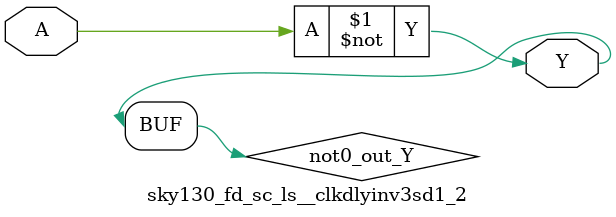
<source format=v>
module sky130_fd_sc_ls__clkdlyinv3sd1_2 (
    Y,
    A
);
    output Y;
    input  A;
    wire not0_out_Y;
    not not0 (not0_out_Y, A              );
    buf buf0 (Y         , not0_out_Y     );
endmodule
</source>
